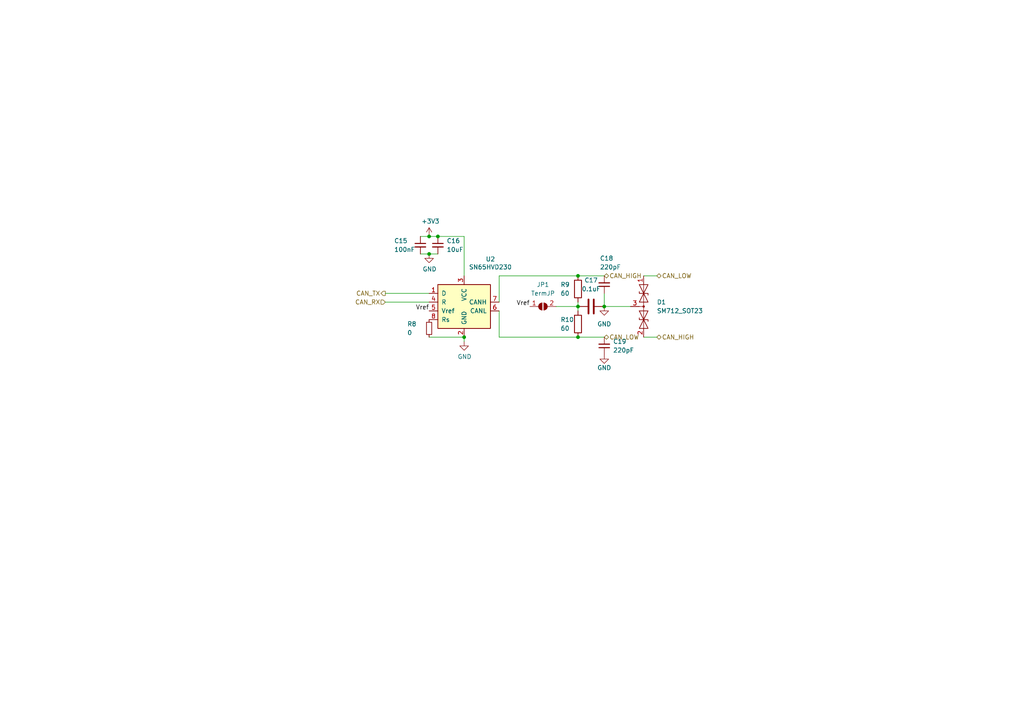
<source format=kicad_sch>
(kicad_sch (version 20230121) (generator eeschema)

  (uuid 58dc14f9-c158-4824-a84e-24a6a482a7a4)

  (paper "A4")

  (lib_symbols
    (symbol "Device:C" (pin_numbers hide) (pin_names (offset 0.254)) (in_bom yes) (on_board yes)
      (property "Reference" "C" (at 0.635 2.54 0)
        (effects (font (size 1.27 1.27)) (justify left))
      )
      (property "Value" "C" (at 0.635 -2.54 0)
        (effects (font (size 1.27 1.27)) (justify left))
      )
      (property "Footprint" "" (at 0.9652 -3.81 0)
        (effects (font (size 1.27 1.27)) hide)
      )
      (property "Datasheet" "~" (at 0 0 0)
        (effects (font (size 1.27 1.27)) hide)
      )
      (property "ki_keywords" "cap capacitor" (at 0 0 0)
        (effects (font (size 1.27 1.27)) hide)
      )
      (property "ki_description" "Unpolarized capacitor" (at 0 0 0)
        (effects (font (size 1.27 1.27)) hide)
      )
      (property "ki_fp_filters" "C_*" (at 0 0 0)
        (effects (font (size 1.27 1.27)) hide)
      )
      (symbol "C_0_1"
        (polyline
          (pts
            (xy -2.032 -0.762)
            (xy 2.032 -0.762)
          )
          (stroke (width 0.508) (type default))
          (fill (type none))
        )
        (polyline
          (pts
            (xy -2.032 0.762)
            (xy 2.032 0.762)
          )
          (stroke (width 0.508) (type default))
          (fill (type none))
        )
      )
      (symbol "C_1_1"
        (pin passive line (at 0 3.81 270) (length 2.794)
          (name "~" (effects (font (size 1.27 1.27))))
          (number "1" (effects (font (size 1.27 1.27))))
        )
        (pin passive line (at 0 -3.81 90) (length 2.794)
          (name "~" (effects (font (size 1.27 1.27))))
          (number "2" (effects (font (size 1.27 1.27))))
        )
      )
    )
    (symbol "Device:C_Small" (pin_numbers hide) (pin_names (offset 0.254) hide) (in_bom yes) (on_board yes)
      (property "Reference" "C" (at 0.254 1.778 0)
        (effects (font (size 1.27 1.27)) (justify left))
      )
      (property "Value" "C_Small" (at 0.254 -2.032 0)
        (effects (font (size 1.27 1.27)) (justify left))
      )
      (property "Footprint" "" (at 0 0 0)
        (effects (font (size 1.27 1.27)) hide)
      )
      (property "Datasheet" "~" (at 0 0 0)
        (effects (font (size 1.27 1.27)) hide)
      )
      (property "ki_keywords" "capacitor cap" (at 0 0 0)
        (effects (font (size 1.27 1.27)) hide)
      )
      (property "ki_description" "Unpolarized capacitor, small symbol" (at 0 0 0)
        (effects (font (size 1.27 1.27)) hide)
      )
      (property "ki_fp_filters" "C_*" (at 0 0 0)
        (effects (font (size 1.27 1.27)) hide)
      )
      (symbol "C_Small_0_1"
        (polyline
          (pts
            (xy -1.524 -0.508)
            (xy 1.524 -0.508)
          )
          (stroke (width 0.3302) (type default))
          (fill (type none))
        )
        (polyline
          (pts
            (xy -1.524 0.508)
            (xy 1.524 0.508)
          )
          (stroke (width 0.3048) (type default))
          (fill (type none))
        )
      )
      (symbol "C_Small_1_1"
        (pin passive line (at 0 2.54 270) (length 2.032)
          (name "~" (effects (font (size 1.27 1.27))))
          (number "1" (effects (font (size 1.27 1.27))))
        )
        (pin passive line (at 0 -2.54 90) (length 2.032)
          (name "~" (effects (font (size 1.27 1.27))))
          (number "2" (effects (font (size 1.27 1.27))))
        )
      )
    )
    (symbol "Device:R" (pin_numbers hide) (pin_names (offset 0)) (in_bom yes) (on_board yes)
      (property "Reference" "R" (at 2.032 0 90)
        (effects (font (size 1.27 1.27)))
      )
      (property "Value" "R" (at 0 0 90)
        (effects (font (size 1.27 1.27)))
      )
      (property "Footprint" "" (at -1.778 0 90)
        (effects (font (size 1.27 1.27)) hide)
      )
      (property "Datasheet" "~" (at 0 0 0)
        (effects (font (size 1.27 1.27)) hide)
      )
      (property "ki_keywords" "R res resistor" (at 0 0 0)
        (effects (font (size 1.27 1.27)) hide)
      )
      (property "ki_description" "Resistor" (at 0 0 0)
        (effects (font (size 1.27 1.27)) hide)
      )
      (property "ki_fp_filters" "R_*" (at 0 0 0)
        (effects (font (size 1.27 1.27)) hide)
      )
      (symbol "R_0_1"
        (rectangle (start -1.016 -2.54) (end 1.016 2.54)
          (stroke (width 0.254) (type default))
          (fill (type none))
        )
      )
      (symbol "R_1_1"
        (pin passive line (at 0 3.81 270) (length 1.27)
          (name "~" (effects (font (size 1.27 1.27))))
          (number "1" (effects (font (size 1.27 1.27))))
        )
        (pin passive line (at 0 -3.81 90) (length 1.27)
          (name "~" (effects (font (size 1.27 1.27))))
          (number "2" (effects (font (size 1.27 1.27))))
        )
      )
    )
    (symbol "Device:R_Small" (pin_numbers hide) (pin_names (offset 0.254) hide) (in_bom yes) (on_board yes)
      (property "Reference" "R" (at 0.762 0.508 0)
        (effects (font (size 1.27 1.27)) (justify left))
      )
      (property "Value" "R_Small" (at 0.762 -1.016 0)
        (effects (font (size 1.27 1.27)) (justify left))
      )
      (property "Footprint" "" (at 0 0 0)
        (effects (font (size 1.27 1.27)) hide)
      )
      (property "Datasheet" "~" (at 0 0 0)
        (effects (font (size 1.27 1.27)) hide)
      )
      (property "ki_keywords" "R resistor" (at 0 0 0)
        (effects (font (size 1.27 1.27)) hide)
      )
      (property "ki_description" "Resistor, small symbol" (at 0 0 0)
        (effects (font (size 1.27 1.27)) hide)
      )
      (property "ki_fp_filters" "R_*" (at 0 0 0)
        (effects (font (size 1.27 1.27)) hide)
      )
      (symbol "R_Small_0_1"
        (rectangle (start -0.762 1.778) (end 0.762 -1.778)
          (stroke (width 0.2032) (type default))
          (fill (type none))
        )
      )
      (symbol "R_Small_1_1"
        (pin passive line (at 0 2.54 270) (length 0.762)
          (name "~" (effects (font (size 1.27 1.27))))
          (number "1" (effects (font (size 1.27 1.27))))
        )
        (pin passive line (at 0 -2.54 90) (length 0.762)
          (name "~" (effects (font (size 1.27 1.27))))
          (number "2" (effects (font (size 1.27 1.27))))
        )
      )
    )
    (symbol "Diode:SM712_SOT23" (pin_names (offset 1.016) hide) (in_bom yes) (on_board yes)
      (property "Reference" "D" (at 0 4.445 0)
        (effects (font (size 1.27 1.27)))
      )
      (property "Value" "SM712_SOT23" (at 0 2.54 0)
        (effects (font (size 1.27 1.27)))
      )
      (property "Footprint" "Package_TO_SOT_SMD:SOT-23" (at 0 -8.89 0)
        (effects (font (size 1.27 1.27)) hide)
      )
      (property "Datasheet" "https://www.littelfuse.com/~/media/electronics/datasheets/tvs_diode_arrays/littelfuse_tvs_diode_array_sm712_datasheet.pdf.pdf" (at -3.81 0 0)
        (effects (font (size 1.27 1.27)) hide)
      )
      (property "ki_keywords" "transient voltage suppressor thyrector transil" (at 0 0 0)
        (effects (font (size 1.27 1.27)) hide)
      )
      (property "ki_description" "7V/12V, 600W Asymmetrical TVS Diode Array, SOT-23" (at 0 0 0)
        (effects (font (size 1.27 1.27)) hide)
      )
      (property "ki_fp_filters" "SOT?23*" (at 0 0 0)
        (effects (font (size 1.27 1.27)) hide)
      )
      (symbol "SM712_SOT23_0_0"
        (polyline
          (pts
            (xy 0 -1.27)
            (xy 0 0)
          )
          (stroke (width 0) (type default))
          (fill (type none))
        )
      )
      (symbol "SM712_SOT23_0_1"
        (polyline
          (pts
            (xy -6.35 0)
            (xy 6.35 0)
          )
          (stroke (width 0) (type default))
          (fill (type none))
        )
        (polyline
          (pts
            (xy -3.302 1.27)
            (xy -3.81 1.27)
            (xy -3.81 -1.27)
            (xy -4.318 -1.27)
          )
          (stroke (width 0.2032) (type default))
          (fill (type none))
        )
        (polyline
          (pts
            (xy 4.318 1.27)
            (xy 3.81 1.27)
            (xy 3.81 -1.27)
            (xy 3.302 -1.27)
          )
          (stroke (width 0.2032) (type default))
          (fill (type none))
        )
        (polyline
          (pts
            (xy -6.35 -1.27)
            (xy -1.27 1.27)
            (xy -1.27 -1.27)
            (xy -6.35 1.27)
            (xy -6.35 -1.27)
          )
          (stroke (width 0.2032) (type default))
          (fill (type none))
        )
        (polyline
          (pts
            (xy 1.27 -1.27)
            (xy 1.27 1.27)
            (xy 6.35 -1.27)
            (xy 6.35 1.27)
            (xy 1.27 -1.27)
          )
          (stroke (width 0.2032) (type default))
          (fill (type none))
        )
        (circle (center 0 0) (radius 0.254)
          (stroke (width 0) (type default))
          (fill (type outline))
        )
      )
      (symbol "SM712_SOT23_1_1"
        (pin passive line (at -8.89 0 0) (length 2.54)
          (name "A1" (effects (font (size 1.27 1.27))))
          (number "1" (effects (font (size 1.27 1.27))))
        )
        (pin passive line (at 8.89 0 180) (length 2.54)
          (name "A2" (effects (font (size 1.27 1.27))))
          (number "2" (effects (font (size 1.27 1.27))))
        )
        (pin input line (at 0 -3.81 90) (length 2.54)
          (name "common" (effects (font (size 1.27 1.27))))
          (number "3" (effects (font (size 1.27 1.27))))
        )
      )
    )
    (symbol "Interface_CAN_LIN:SN65HVD230" (pin_names (offset 1.016)) (in_bom yes) (on_board yes)
      (property "Reference" "U" (at -2.54 10.16 0)
        (effects (font (size 1.27 1.27)) (justify right))
      )
      (property "Value" "SN65HVD230" (at -2.54 7.62 0)
        (effects (font (size 1.27 1.27)) (justify right))
      )
      (property "Footprint" "Package_SO:SOIC-8_3.9x4.9mm_P1.27mm" (at 0 -12.7 0)
        (effects (font (size 1.27 1.27)) hide)
      )
      (property "Datasheet" "http://www.ti.com/lit/ds/symlink/sn65hvd230.pdf" (at -2.54 10.16 0)
        (effects (font (size 1.27 1.27)) hide)
      )
      (property "ki_keywords" "can transeiver ti low-power" (at 0 0 0)
        (effects (font (size 1.27 1.27)) hide)
      )
      (property "ki_description" "CAN Bus Transceivers, 3.3V, 1Mbps, Low-Power capabilities, SOIC-8" (at 0 0 0)
        (effects (font (size 1.27 1.27)) hide)
      )
      (property "ki_fp_filters" "SOIC*3.9x4.9mm*P1.27mm*" (at 0 0 0)
        (effects (font (size 1.27 1.27)) hide)
      )
      (symbol "SN65HVD230_0_1"
        (rectangle (start -7.62 5.08) (end 7.62 -7.62)
          (stroke (width 0.254) (type default))
          (fill (type background))
        )
      )
      (symbol "SN65HVD230_1_1"
        (pin input line (at -10.16 2.54 0) (length 2.54)
          (name "D" (effects (font (size 1.27 1.27))))
          (number "1" (effects (font (size 1.27 1.27))))
        )
        (pin power_in line (at 0 -10.16 90) (length 2.54)
          (name "GND" (effects (font (size 1.27 1.27))))
          (number "2" (effects (font (size 1.27 1.27))))
        )
        (pin power_in line (at 0 7.62 270) (length 2.54)
          (name "VCC" (effects (font (size 1.27 1.27))))
          (number "3" (effects (font (size 1.27 1.27))))
        )
        (pin output line (at -10.16 0 0) (length 2.54)
          (name "R" (effects (font (size 1.27 1.27))))
          (number "4" (effects (font (size 1.27 1.27))))
        )
        (pin output line (at -10.16 -2.54 0) (length 2.54)
          (name "Vref" (effects (font (size 1.27 1.27))))
          (number "5" (effects (font (size 1.27 1.27))))
        )
        (pin bidirectional line (at 10.16 -2.54 180) (length 2.54)
          (name "CANL" (effects (font (size 1.27 1.27))))
          (number "6" (effects (font (size 1.27 1.27))))
        )
        (pin bidirectional line (at 10.16 0 180) (length 2.54)
          (name "CANH" (effects (font (size 1.27 1.27))))
          (number "7" (effects (font (size 1.27 1.27))))
        )
        (pin input line (at -10.16 -5.08 0) (length 2.54)
          (name "Rs" (effects (font (size 1.27 1.27))))
          (number "8" (effects (font (size 1.27 1.27))))
        )
      )
    )
    (symbol "Jumper:SolderJumper_2_Open" (pin_names (offset 0) hide) (in_bom yes) (on_board yes)
      (property "Reference" "JP" (at 0 2.032 0)
        (effects (font (size 1.27 1.27)))
      )
      (property "Value" "SolderJumper_2_Open" (at 0 -2.54 0)
        (effects (font (size 1.27 1.27)))
      )
      (property "Footprint" "" (at 0 0 0)
        (effects (font (size 1.27 1.27)) hide)
      )
      (property "Datasheet" "~" (at 0 0 0)
        (effects (font (size 1.27 1.27)) hide)
      )
      (property "ki_keywords" "solder jumper SPST" (at 0 0 0)
        (effects (font (size 1.27 1.27)) hide)
      )
      (property "ki_description" "Solder Jumper, 2-pole, open" (at 0 0 0)
        (effects (font (size 1.27 1.27)) hide)
      )
      (property "ki_fp_filters" "SolderJumper*Open*" (at 0 0 0)
        (effects (font (size 1.27 1.27)) hide)
      )
      (symbol "SolderJumper_2_Open_0_1"
        (arc (start -0.254 1.016) (mid -1.2656 0) (end -0.254 -1.016)
          (stroke (width 0) (type default))
          (fill (type none))
        )
        (arc (start -0.254 1.016) (mid -1.2656 0) (end -0.254 -1.016)
          (stroke (width 0) (type default))
          (fill (type outline))
        )
        (polyline
          (pts
            (xy -0.254 1.016)
            (xy -0.254 -1.016)
          )
          (stroke (width 0) (type default))
          (fill (type none))
        )
        (polyline
          (pts
            (xy 0.254 1.016)
            (xy 0.254 -1.016)
          )
          (stroke (width 0) (type default))
          (fill (type none))
        )
        (arc (start 0.254 -1.016) (mid 1.2656 0) (end 0.254 1.016)
          (stroke (width 0) (type default))
          (fill (type none))
        )
        (arc (start 0.254 -1.016) (mid 1.2656 0) (end 0.254 1.016)
          (stroke (width 0) (type default))
          (fill (type outline))
        )
      )
      (symbol "SolderJumper_2_Open_1_1"
        (pin passive line (at -3.81 0 0) (length 2.54)
          (name "A" (effects (font (size 1.27 1.27))))
          (number "1" (effects (font (size 1.27 1.27))))
        )
        (pin passive line (at 3.81 0 180) (length 2.54)
          (name "B" (effects (font (size 1.27 1.27))))
          (number "2" (effects (font (size 1.27 1.27))))
        )
      )
    )
    (symbol "power:+3.3V" (power) (pin_names (offset 0)) (in_bom yes) (on_board yes)
      (property "Reference" "#PWR" (at 0 -3.81 0)
        (effects (font (size 1.27 1.27)) hide)
      )
      (property "Value" "+3.3V" (at 0 3.556 0)
        (effects (font (size 1.27 1.27)))
      )
      (property "Footprint" "" (at 0 0 0)
        (effects (font (size 1.27 1.27)) hide)
      )
      (property "Datasheet" "" (at 0 0 0)
        (effects (font (size 1.27 1.27)) hide)
      )
      (property "ki_keywords" "power-flag" (at 0 0 0)
        (effects (font (size 1.27 1.27)) hide)
      )
      (property "ki_description" "Power symbol creates a global label with name \"+3.3V\"" (at 0 0 0)
        (effects (font (size 1.27 1.27)) hide)
      )
      (symbol "+3.3V_0_1"
        (polyline
          (pts
            (xy -0.762 1.27)
            (xy 0 2.54)
          )
          (stroke (width 0) (type default))
          (fill (type none))
        )
        (polyline
          (pts
            (xy 0 0)
            (xy 0 2.54)
          )
          (stroke (width 0) (type default))
          (fill (type none))
        )
        (polyline
          (pts
            (xy 0 2.54)
            (xy 0.762 1.27)
          )
          (stroke (width 0) (type default))
          (fill (type none))
        )
      )
      (symbol "+3.3V_1_1"
        (pin power_in line (at 0 0 90) (length 0) hide
          (name "+3V3" (effects (font (size 1.27 1.27))))
          (number "1" (effects (font (size 1.27 1.27))))
        )
      )
    )
    (symbol "power:GND" (power) (pin_names (offset 0)) (in_bom yes) (on_board yes)
      (property "Reference" "#PWR" (at 0 -6.35 0)
        (effects (font (size 1.27 1.27)) hide)
      )
      (property "Value" "GND" (at 0 -3.81 0)
        (effects (font (size 1.27 1.27)))
      )
      (property "Footprint" "" (at 0 0 0)
        (effects (font (size 1.27 1.27)) hide)
      )
      (property "Datasheet" "" (at 0 0 0)
        (effects (font (size 1.27 1.27)) hide)
      )
      (property "ki_keywords" "power-flag" (at 0 0 0)
        (effects (font (size 1.27 1.27)) hide)
      )
      (property "ki_description" "Power symbol creates a global label with name \"GND\" , ground" (at 0 0 0)
        (effects (font (size 1.27 1.27)) hide)
      )
      (symbol "GND_0_1"
        (polyline
          (pts
            (xy 0 0)
            (xy 0 -1.27)
            (xy 1.27 -1.27)
            (xy 0 -2.54)
            (xy -1.27 -1.27)
            (xy 0 -1.27)
          )
          (stroke (width 0) (type default))
          (fill (type none))
        )
      )
      (symbol "GND_1_1"
        (pin power_in line (at 0 0 270) (length 0) hide
          (name "GND" (effects (font (size 1.27 1.27))))
          (number "1" (effects (font (size 1.27 1.27))))
        )
      )
    )
  )

  (junction (at 124.46 73.66) (diameter 0) (color 0 0 0 0)
    (uuid 23491ef2-02d6-433a-bd5f-f5a5367f6a15)
  )
  (junction (at 167.64 88.9) (diameter 0) (color 0 0 0 0)
    (uuid 2721e00b-3024-4b49-84cb-0a6dc6bf1080)
  )
  (junction (at 124.46 68.58) (diameter 0) (color 0 0 0 0)
    (uuid 39d43575-9958-453d-83d7-4e87cd3821ce)
  )
  (junction (at 167.64 80.01) (diameter 0) (color 0 0 0 0)
    (uuid 491eeab2-edc6-4986-afcf-a58b5c6af4e9)
  )
  (junction (at 175.26 88.9) (diameter 0) (color 0 0 0 0)
    (uuid 67ba57a7-a16e-4aa8-8f01-c3d4b455de0e)
  )
  (junction (at 167.64 97.79) (diameter 0) (color 0 0 0 0)
    (uuid 9cbc95c6-541a-457c-99c9-f0940b8421b1)
  )
  (junction (at 127 68.58) (diameter 0) (color 0 0 0 0)
    (uuid b9243f32-dec4-4ce4-9135-296b9a4faaad)
  )
  (junction (at 134.62 97.79) (diameter 0) (color 0 0 0 0)
    (uuid be75b37b-9c0e-448c-a8a9-e9c9aa0a3d51)
  )

  (wire (pts (xy 186.69 97.79) (xy 190.5 97.79))
    (stroke (width 0) (type default))
    (uuid 004ee8ee-666d-437c-a0c0-8bfd64f211c8)
  )
  (wire (pts (xy 134.62 68.58) (xy 134.62 80.01))
    (stroke (width 0) (type default))
    (uuid 0b7542b1-d4a5-4aec-8ea5-110b5fa3b496)
  )
  (wire (pts (xy 121.92 73.66) (xy 124.46 73.66))
    (stroke (width 0) (type default))
    (uuid 27b54dcf-cf59-47b6-b4b5-6cb225ea335a)
  )
  (wire (pts (xy 144.78 90.17) (xy 144.78 97.79))
    (stroke (width 0) (type default))
    (uuid 27cb800c-91f2-4581-a3df-283140f8de7a)
  )
  (wire (pts (xy 175.26 85.09) (xy 175.26 88.9))
    (stroke (width 0) (type default))
    (uuid 33b30c1e-0c8b-428a-9cc0-88e1b39db179)
  )
  (wire (pts (xy 124.46 68.58) (xy 127 68.58))
    (stroke (width 0) (type default))
    (uuid 3f60c039-330f-4f69-9cc9-3e4bb05f77b6)
  )
  (wire (pts (xy 175.26 88.9) (xy 182.88 88.9))
    (stroke (width 0) (type default))
    (uuid 42549dab-3d39-4fd2-a300-f5bac3018b6b)
  )
  (wire (pts (xy 111.76 87.63) (xy 124.46 87.63))
    (stroke (width 0) (type default))
    (uuid 4fbc0dd6-499e-46bf-b453-8865e610d54c)
  )
  (wire (pts (xy 167.64 97.79) (xy 175.26 97.79))
    (stroke (width 0) (type default))
    (uuid 5c127e1d-9054-40de-b6da-6ff907316b45)
  )
  (wire (pts (xy 124.46 73.66) (xy 127 73.66))
    (stroke (width 0) (type default))
    (uuid 5f7d6f8f-464b-4575-8c77-f9539cf4421d)
  )
  (wire (pts (xy 167.64 88.9) (xy 167.64 90.17))
    (stroke (width 0) (type default))
    (uuid 63e02256-f03f-4cb0-a3e7-95d5e2f9b9e7)
  )
  (wire (pts (xy 186.69 80.01) (xy 190.5 80.01))
    (stroke (width 0) (type default))
    (uuid 73de24e2-b5fe-46dc-a394-fa8483f46b2c)
  )
  (wire (pts (xy 111.76 85.09) (xy 124.46 85.09))
    (stroke (width 0) (type default))
    (uuid 86e29d56-af4c-40fe-8fb4-6d774d3564c0)
  )
  (wire (pts (xy 144.78 97.79) (xy 167.64 97.79))
    (stroke (width 0) (type default))
    (uuid 87b056ce-c433-4082-bd07-29a24fd1dfc2)
  )
  (wire (pts (xy 167.64 87.63) (xy 167.64 88.9))
    (stroke (width 0) (type default))
    (uuid 983eed90-32b1-432e-a36f-f9ca56bf3fa5)
  )
  (wire (pts (xy 161.29 88.9) (xy 167.64 88.9))
    (stroke (width 0) (type default))
    (uuid 993f78b7-74d0-4de5-bec0-8c141bf90bff)
  )
  (wire (pts (xy 124.46 97.79) (xy 134.62 97.79))
    (stroke (width 0) (type default))
    (uuid 9a9b3927-c7e1-4560-999f-db27cf281135)
  )
  (wire (pts (xy 127 68.58) (xy 134.62 68.58))
    (stroke (width 0) (type default))
    (uuid 9b0c79c6-7494-4c8f-a100-8ae44944cf3d)
  )
  (wire (pts (xy 121.92 68.58) (xy 124.46 68.58))
    (stroke (width 0) (type default))
    (uuid a167e8c4-c67c-4825-ad64-818b06ec0b1f)
  )
  (wire (pts (xy 167.64 80.01) (xy 175.26 80.01))
    (stroke (width 0) (type default))
    (uuid a86a5d03-8199-4b24-8e6f-6c3eda94bcc9)
  )
  (wire (pts (xy 134.62 99.06) (xy 134.62 97.79))
    (stroke (width 0) (type default))
    (uuid c2bdd96b-ae16-41e0-9c01-22c8cd929bb9)
  )
  (wire (pts (xy 144.78 87.63) (xy 144.78 80.01))
    (stroke (width 0) (type default))
    (uuid d4c327da-8bbe-4734-99a6-a6c90a8a09d8)
  )
  (wire (pts (xy 144.78 80.01) (xy 167.64 80.01))
    (stroke (width 0) (type default))
    (uuid f3b76ada-10d9-40b1-a4af-ff68421411c5)
  )

  (label "Vref" (at 124.46 90.17 180) (fields_autoplaced)
    (effects (font (size 1.27 1.27)) (justify right bottom))
    (uuid 85878c11-d4b5-4d11-a6be-f032d8348a4d)
  )
  (label "Vref" (at 153.67 88.9 180) (fields_autoplaced)
    (effects (font (size 1.27 1.27)) (justify right bottom))
    (uuid ceaec669-42ab-4740-975c-9af0f9579f52)
  )

  (hierarchical_label "CAN_RX" (shape input) (at 111.76 87.63 180) (fields_autoplaced)
    (effects (font (size 1.27 1.27)) (justify right))
    (uuid 13abf99d-5265-4779-8973-e94370fd18ff)
  )
  (hierarchical_label "CAN_HIGH" (shape bidirectional) (at 175.26 80.01 0) (fields_autoplaced)
    (effects (font (size 1.27 1.27)) (justify left))
    (uuid 52d50990-7239-4271-ab7f-bd767c23b436)
  )
  (hierarchical_label "CAN_TX" (shape output) (at 111.76 85.09 180) (fields_autoplaced)
    (effects (font (size 1.27 1.27)) (justify right))
    (uuid a05d7640-f2f6-4ba7-8c51-5a4af431fc13)
  )
  (hierarchical_label "CAN_HIGH" (shape bidirectional) (at 190.5 97.79 0) (fields_autoplaced)
    (effects (font (size 1.27 1.27)) (justify left))
    (uuid bd1609c1-9e92-4ee5-b01d-8d00f8dc62fa)
  )
  (hierarchical_label "CAN_LOW" (shape bidirectional) (at 190.5 80.01 0) (fields_autoplaced)
    (effects (font (size 1.27 1.27)) (justify left))
    (uuid d9b4b9ec-e761-4f6a-8f3c-09025e57fd3d)
  )
  (hierarchical_label "CAN_LOW" (shape bidirectional) (at 175.26 97.79 0) (fields_autoplaced)
    (effects (font (size 1.27 1.27)) (justify left))
    (uuid f5416ddf-59ed-4f48-b51e-bab29af9d5f1)
  )

  (symbol (lib_id "power:GND") (at 134.62 99.06 0) (unit 1)
    (in_bom yes) (on_board yes) (dnp no) (fields_autoplaced)
    (uuid 00000000-0000-0000-0000-000061946eb3)
    (property "Reference" "#PWR026" (at 134.62 105.41 0)
      (effects (font (size 1.27 1.27)) hide)
    )
    (property "Value" "GND" (at 134.747 103.4542 0)
      (effects (font (size 1.27 1.27)))
    )
    (property "Footprint" "" (at 134.62 99.06 0)
      (effects (font (size 1.27 1.27)) hide)
    )
    (property "Datasheet" "" (at 134.62 99.06 0)
      (effects (font (size 1.27 1.27)) hide)
    )
    (pin "1" (uuid a56d1fde-b4ad-42de-a848-9c94bc0cbe09))
    (instances
      (project "Ricardo-BlackBoxNEW"
        (path "/7db990e4-92e1-4f99-b4d2-435bbec1ba83/00000000-0000-0000-0000-000061942b9a"
          (reference "#PWR026") (unit 1)
        )
      )
    )
  )

  (symbol (lib_id "power:+3.3V") (at 124.46 68.58 0) (unit 1)
    (in_bom yes) (on_board yes) (dnp no) (fields_autoplaced)
    (uuid 00000000-0000-0000-0000-000061946eb9)
    (property "Reference" "#PWR024" (at 124.46 72.39 0)
      (effects (font (size 1.27 1.27)) hide)
    )
    (property "Value" "+3.3V" (at 124.841 64.1858 0)
      (effects (font (size 1.27 1.27)))
    )
    (property "Footprint" "" (at 124.46 68.58 0)
      (effects (font (size 1.27 1.27)) hide)
    )
    (property "Datasheet" "" (at 124.46 68.58 0)
      (effects (font (size 1.27 1.27)) hide)
    )
    (pin "1" (uuid 510813ff-4301-4d7b-b640-805049ac6194))
    (instances
      (project "Ricardo-BlackBoxNEW"
        (path "/7db990e4-92e1-4f99-b4d2-435bbec1ba83/00000000-0000-0000-0000-000061942b9a"
          (reference "#PWR024") (unit 1)
        )
      )
    )
  )

  (symbol (lib_id "Interface_CAN_LIN:SN65HVD230") (at 134.62 87.63 0) (unit 1)
    (in_bom yes) (on_board yes) (dnp no) (fields_autoplaced)
    (uuid 00000000-0000-0000-0000-000061946ec3)
    (property "Reference" "U2" (at 142.24 75.1586 0)
      (effects (font (size 1.27 1.27)))
    )
    (property "Value" "SN65HVD230" (at 142.24 77.47 0)
      (effects (font (size 1.27 1.27)))
    )
    (property "Footprint" "Package_SO:SOIC-8_3.9x4.9mm_P1.27mm" (at 134.62 100.33 0)
      (effects (font (size 1.27 1.27)) hide)
    )
    (property "Datasheet" "http://www.ti.com/lit/ds/symlink/sn65hvd230.pdf" (at 132.08 77.47 0)
      (effects (font (size 1.27 1.27)) hide)
    )
    (pin "1" (uuid 6bdf4c09-0d97-4f84-a45b-4830c8cb3132))
    (pin "2" (uuid 8524da93-8e55-4af1-8974-d6a0c4c21263))
    (pin "3" (uuid dfe0615d-48dd-4d5e-ae77-f5a2410688c9))
    (pin "4" (uuid cdce2be4-88ef-44ed-b591-e6404a14a2cf))
    (pin "5" (uuid 64d84e49-aaf5-4eba-8a78-1b20287a1fe2))
    (pin "6" (uuid 5f9c5087-aeae-41db-97be-1dd276294553))
    (pin "7" (uuid ab15be4c-1efb-422a-9053-a5c97ba751b0))
    (pin "8" (uuid 570ee06f-38f1-44a9-ae2b-f08cf56305e0))
    (instances
      (project "Ricardo-BlackBoxNEW"
        (path "/7db990e4-92e1-4f99-b4d2-435bbec1ba83/00000000-0000-0000-0000-000061942b9a"
          (reference "U2") (unit 1)
        )
      )
    )
  )

  (symbol (lib_id "Device:C_Small") (at 127 71.12 0) (unit 1)
    (in_bom yes) (on_board yes) (dnp no) (fields_autoplaced)
    (uuid 06b0d844-1c7a-43fd-b8a5-ad8e34e13aac)
    (property "Reference" "C16" (at 129.54 69.8562 0)
      (effects (font (size 1.27 1.27)) (justify left))
    )
    (property "Value" "10uF" (at 129.54 72.3962 0)
      (effects (font (size 1.27 1.27)) (justify left))
    )
    (property "Footprint" "Capacitor_SMD:C_0402_1005Metric" (at 127 71.12 0)
      (effects (font (size 1.27 1.27)) hide)
    )
    (property "Datasheet" "~" (at 127 71.12 0)
      (effects (font (size 1.27 1.27)) hide)
    )
    (pin "1" (uuid 10b20214-515e-42bb-84a6-3f883f19ddfd))
    (pin "2" (uuid 4d2216bc-b14e-4a5b-b3c8-81ce9666e6b8))
    (instances
      (project "Ricardo-BlackBoxNEW"
        (path "/7db990e4-92e1-4f99-b4d2-435bbec1ba83/00000000-0000-0000-0000-000061942b9a"
          (reference "C16") (unit 1)
        )
      )
    )
  )

  (symbol (lib_id "Device:C_Small") (at 175.26 82.55 180) (unit 1)
    (in_bom yes) (on_board yes) (dnp no)
    (uuid 23622c20-4a70-4ee7-b39c-f5519633413f)
    (property "Reference" "C18" (at 173.99 74.93 0)
      (effects (font (size 1.27 1.27)) (justify right))
    )
    (property "Value" "220pF" (at 173.99 77.47 0)
      (effects (font (size 1.27 1.27)) (justify right))
    )
    (property "Footprint" "Capacitor_SMD:C_0402_1005Metric" (at 175.26 82.55 0)
      (effects (font (size 1.27 1.27)) hide)
    )
    (property "Datasheet" "~" (at 175.26 82.55 0)
      (effects (font (size 1.27 1.27)) hide)
    )
    (pin "1" (uuid 6a8c2151-de75-4ce4-92b6-d503d15c9ad4))
    (pin "2" (uuid 75f2870c-086d-4bb5-b7c6-e85cea1de9f0))
    (instances
      (project "Ricardo-BlackBoxNEW"
        (path "/7db990e4-92e1-4f99-b4d2-435bbec1ba83/00000000-0000-0000-0000-000061942b9a"
          (reference "C18") (unit 1)
        )
      )
    )
  )

  (symbol (lib_id "Diode:SM712_SOT23") (at 186.69 88.9 270) (unit 1)
    (in_bom yes) (on_board yes) (dnp no) (fields_autoplaced)
    (uuid 4717c16e-4caf-41db-976f-f247d2a86ecc)
    (property "Reference" "D1" (at 190.5 87.63 90)
      (effects (font (size 1.27 1.27)) (justify left))
    )
    (property "Value" "SM712_SOT23" (at 190.5 90.17 90)
      (effects (font (size 1.27 1.27)) (justify left))
    )
    (property "Footprint" "Package_TO_SOT_SMD:SOT-23" (at 177.8 88.9 0)
      (effects (font (size 1.27 1.27)) hide)
    )
    (property "Datasheet" "https://www.littelfuse.com/~/media/electronics/datasheets/tvs_diode_arrays/littelfuse_tvs_diode_array_sm712_datasheet.pdf.pdf" (at 186.69 85.09 0)
      (effects (font (size 1.27 1.27)) hide)
    )
    (pin "1" (uuid 61d401ba-9a92-46cf-9e74-830b4bae03e8))
    (pin "2" (uuid 0fd63885-740c-4de9-912d-b4c053174f76))
    (pin "3" (uuid c3ea2a06-1773-4450-9273-f6d2533c8ea8))
    (instances
      (project "Ricardo-BlackBoxNEW"
        (path "/7db990e4-92e1-4f99-b4d2-435bbec1ba83/00000000-0000-0000-0000-000061942b9a"
          (reference "D1") (unit 1)
        )
      )
    )
  )

  (symbol (lib_id "power:GND") (at 175.26 88.9 0) (unit 1)
    (in_bom yes) (on_board yes) (dnp no) (fields_autoplaced)
    (uuid 49208f5a-f73e-42f1-9d7d-382d975bd991)
    (property "Reference" "#PWR027" (at 175.26 95.25 0)
      (effects (font (size 1.27 1.27)) hide)
    )
    (property "Value" "GND" (at 175.26 93.98 0)
      (effects (font (size 1.27 1.27)))
    )
    (property "Footprint" "" (at 175.26 88.9 0)
      (effects (font (size 1.27 1.27)) hide)
    )
    (property "Datasheet" "" (at 175.26 88.9 0)
      (effects (font (size 1.27 1.27)) hide)
    )
    (pin "1" (uuid 7279e70a-593e-4bf1-954b-79591693ce8a))
    (instances
      (project "Ricardo-BlackBoxNEW"
        (path "/7db990e4-92e1-4f99-b4d2-435bbec1ba83/00000000-0000-0000-0000-000061942b9a"
          (reference "#PWR027") (unit 1)
        )
      )
    )
  )

  (symbol (lib_id "power:GND") (at 175.26 102.87 0) (unit 1)
    (in_bom yes) (on_board yes) (dnp no) (fields_autoplaced)
    (uuid 54c27e2d-52b9-4197-956b-7db5f761b4df)
    (property "Reference" "#PWR028" (at 175.26 109.22 0)
      (effects (font (size 1.27 1.27)) hide)
    )
    (property "Value" "GND" (at 175.26 106.68 0)
      (effects (font (size 1.27 1.27)))
    )
    (property "Footprint" "" (at 175.26 102.87 0)
      (effects (font (size 1.27 1.27)) hide)
    )
    (property "Datasheet" "" (at 175.26 102.87 0)
      (effects (font (size 1.27 1.27)) hide)
    )
    (pin "1" (uuid 75828b44-2df4-489c-be52-aa6efeac5bb8))
    (instances
      (project "Ricardo-BlackBoxNEW"
        (path "/7db990e4-92e1-4f99-b4d2-435bbec1ba83/00000000-0000-0000-0000-000061942b9a"
          (reference "#PWR028") (unit 1)
        )
      )
    )
  )

  (symbol (lib_id "Device:C_Small") (at 121.92 71.12 0) (unit 1)
    (in_bom yes) (on_board yes) (dnp no) (fields_autoplaced)
    (uuid 759646bf-5c31-420e-aff7-2c1a28ce32e1)
    (property "Reference" "C15" (at 114.3 69.85 0)
      (effects (font (size 1.27 1.27)) (justify left))
    )
    (property "Value" "100nF" (at 114.3 72.39 0)
      (effects (font (size 1.27 1.27)) (justify left))
    )
    (property "Footprint" "Capacitor_SMD:C_0402_1005Metric" (at 121.92 71.12 0)
      (effects (font (size 1.27 1.27)) hide)
    )
    (property "Datasheet" "~" (at 121.92 71.12 0)
      (effects (font (size 1.27 1.27)) hide)
    )
    (pin "1" (uuid 805ff4df-d739-4b80-8686-b130f0f1e4c4))
    (pin "2" (uuid f5ddb397-39ab-4fbf-9fd3-c48b6fed8346))
    (instances
      (project "Ricardo-BlackBoxNEW"
        (path "/7db990e4-92e1-4f99-b4d2-435bbec1ba83/00000000-0000-0000-0000-000061942b9a"
          (reference "C15") (unit 1)
        )
      )
    )
  )

  (symbol (lib_id "Device:R_Small") (at 124.46 95.25 0) (unit 1)
    (in_bom yes) (on_board yes) (dnp no)
    (uuid c0a35b75-0e83-4311-add3-5a3930110d30)
    (property "Reference" "R8" (at 118.11 93.98 0)
      (effects (font (size 1.27 1.27)) (justify left))
    )
    (property "Value" "0" (at 118.11 96.52 0)
      (effects (font (size 1.27 1.27)) (justify left))
    )
    (property "Footprint" "Resistor_SMD:R_0603_1608Metric" (at 124.46 95.25 0)
      (effects (font (size 1.27 1.27)) hide)
    )
    (property "Datasheet" "~" (at 124.46 95.25 0)
      (effects (font (size 1.27 1.27)) hide)
    )
    (pin "1" (uuid 0acf5207-dd79-49f1-8d0b-a23806cfadfa))
    (pin "2" (uuid 4a0df9af-6be8-477d-851f-90af9a31af0a))
    (instances
      (project "Ricardo-BlackBoxNEW"
        (path "/7db990e4-92e1-4f99-b4d2-435bbec1ba83/00000000-0000-0000-0000-000061942b9a"
          (reference "R8") (unit 1)
        )
      )
    )
  )

  (symbol (lib_id "Device:R") (at 167.64 93.98 0) (unit 1)
    (in_bom yes) (on_board yes) (dnp no) (fields_autoplaced)
    (uuid c363df37-be76-44cd-846e-5e1010ee0d3e)
    (property "Reference" "R10" (at 162.56 92.71 0)
      (effects (font (size 1.27 1.27)) (justify left))
    )
    (property "Value" "60" (at 162.56 95.25 0)
      (effects (font (size 1.27 1.27)) (justify left))
    )
    (property "Footprint" "Resistor_SMD:R_0402_1005Metric" (at 165.862 93.98 90)
      (effects (font (size 1.27 1.27)) hide)
    )
    (property "Datasheet" "~" (at 167.64 93.98 0)
      (effects (font (size 1.27 1.27)) hide)
    )
    (pin "1" (uuid 90f3d599-bb98-41e3-85f2-638568426026))
    (pin "2" (uuid 666b110b-64b3-4b1b-b648-8cefb6eb0bcb))
    (instances
      (project "Ricardo-BlackBoxNEW"
        (path "/7db990e4-92e1-4f99-b4d2-435bbec1ba83/00000000-0000-0000-0000-000061942b9a"
          (reference "R10") (unit 1)
        )
      )
    )
  )

  (symbol (lib_id "Device:R") (at 167.64 83.82 0) (unit 1)
    (in_bom yes) (on_board yes) (dnp no) (fields_autoplaced)
    (uuid c4e42d16-8dbe-42af-a61a-faa72b95fe53)
    (property "Reference" "R9" (at 162.56 82.55 0)
      (effects (font (size 1.27 1.27)) (justify left))
    )
    (property "Value" "60" (at 162.56 85.09 0)
      (effects (font (size 1.27 1.27)) (justify left))
    )
    (property "Footprint" "Resistor_SMD:R_0402_1005Metric" (at 165.862 83.82 90)
      (effects (font (size 1.27 1.27)) hide)
    )
    (property "Datasheet" "~" (at 167.64 83.82 0)
      (effects (font (size 1.27 1.27)) hide)
    )
    (pin "1" (uuid 7aa89fde-e48a-459c-a6d3-ab42cc193dc3))
    (pin "2" (uuid d6841618-1848-4345-b481-0df763199957))
    (instances
      (project "Ricardo-BlackBoxNEW"
        (path "/7db990e4-92e1-4f99-b4d2-435bbec1ba83/00000000-0000-0000-0000-000061942b9a"
          (reference "R9") (unit 1)
        )
      )
    )
  )

  (symbol (lib_id "Device:C") (at 171.45 88.9 90) (unit 1)
    (in_bom yes) (on_board yes) (dnp no) (fields_autoplaced)
    (uuid c905e3f6-13b1-4d5f-8bb5-930cfa107996)
    (property "Reference" "C17" (at 171.45 81.28 90)
      (effects (font (size 1.27 1.27)))
    )
    (property "Value" "0.1uF" (at 171.45 83.82 90)
      (effects (font (size 1.27 1.27)))
    )
    (property "Footprint" "Capacitor_SMD:C_0402_1005Metric" (at 175.26 87.9348 0)
      (effects (font (size 1.27 1.27)) hide)
    )
    (property "Datasheet" "~" (at 171.45 88.9 0)
      (effects (font (size 1.27 1.27)) hide)
    )
    (pin "1" (uuid 661ee4cc-5365-4f1b-b95c-ab7b5ae3a4b3))
    (pin "2" (uuid 8295075a-cd4f-4e53-9e2b-b976b5e9ea64))
    (instances
      (project "Ricardo-BlackBoxNEW"
        (path "/7db990e4-92e1-4f99-b4d2-435bbec1ba83/00000000-0000-0000-0000-000061942b9a"
          (reference "C17") (unit 1)
        )
      )
    )
  )

  (symbol (lib_id "power:GND") (at 124.46 73.66 0) (unit 1)
    (in_bom yes) (on_board yes) (dnp no) (fields_autoplaced)
    (uuid d85aebac-c325-42de-8c8e-5349542a2954)
    (property "Reference" "#PWR025" (at 124.46 80.01 0)
      (effects (font (size 1.27 1.27)) hide)
    )
    (property "Value" "GND" (at 124.587 78.0542 0)
      (effects (font (size 1.27 1.27)))
    )
    (property "Footprint" "" (at 124.46 73.66 0)
      (effects (font (size 1.27 1.27)) hide)
    )
    (property "Datasheet" "" (at 124.46 73.66 0)
      (effects (font (size 1.27 1.27)) hide)
    )
    (pin "1" (uuid 4c69aef8-d654-4204-8883-b2a00aa0121d))
    (instances
      (project "Ricardo-BlackBoxNEW"
        (path "/7db990e4-92e1-4f99-b4d2-435bbec1ba83/00000000-0000-0000-0000-000061942b9a"
          (reference "#PWR025") (unit 1)
        )
      )
    )
  )

  (symbol (lib_id "Jumper:SolderJumper_2_Open") (at 157.48 88.9 0) (unit 1)
    (in_bom yes) (on_board yes) (dnp no) (fields_autoplaced)
    (uuid deb2b25e-9fb0-448e-88c5-95a67db1d371)
    (property "Reference" "JP1" (at 157.48 82.55 0)
      (effects (font (size 1.27 1.27)))
    )
    (property "Value" "TermJP" (at 157.48 85.09 0)
      (effects (font (size 1.27 1.27)))
    )
    (property "Footprint" "Jumper:SolderJumper-2_P1.3mm_Open_RoundedPad1.0x1.5mm" (at 157.48 88.9 0)
      (effects (font (size 1.27 1.27)) hide)
    )
    (property "Datasheet" "~" (at 157.48 88.9 0)
      (effects (font (size 1.27 1.27)) hide)
    )
    (pin "1" (uuid 02687bfe-ff5d-46db-8b17-8d511831222d))
    (pin "2" (uuid d46021fe-915e-49d5-a5e2-38f7dc5223f8))
    (instances
      (project "Ricardo-BlackBoxNEW"
        (path "/7db990e4-92e1-4f99-b4d2-435bbec1ba83/00000000-0000-0000-0000-000061942b9a"
          (reference "JP1") (unit 1)
        )
      )
    )
  )

  (symbol (lib_id "Device:C_Small") (at 175.26 100.33 180) (unit 1)
    (in_bom yes) (on_board yes) (dnp no) (fields_autoplaced)
    (uuid f5a97da1-282d-43a4-ae5f-607cebde55a6)
    (property "Reference" "C19" (at 177.8 99.0535 0)
      (effects (font (size 1.27 1.27)) (justify right))
    )
    (property "Value" "220pF" (at 177.8 101.5935 0)
      (effects (font (size 1.27 1.27)) (justify right))
    )
    (property "Footprint" "Capacitor_SMD:C_0402_1005Metric" (at 175.26 100.33 0)
      (effects (font (size 1.27 1.27)) hide)
    )
    (property "Datasheet" "~" (at 175.26 100.33 0)
      (effects (font (size 1.27 1.27)) hide)
    )
    (pin "1" (uuid c685cfd7-e386-40bf-bf60-826ff44dfc78))
    (pin "2" (uuid 38414853-6148-45ae-9788-69224b7341e0))
    (instances
      (project "Ricardo-BlackBoxNEW"
        (path "/7db990e4-92e1-4f99-b4d2-435bbec1ba83/00000000-0000-0000-0000-000061942b9a"
          (reference "C19") (unit 1)
        )
      )
    )
  )
)

</source>
